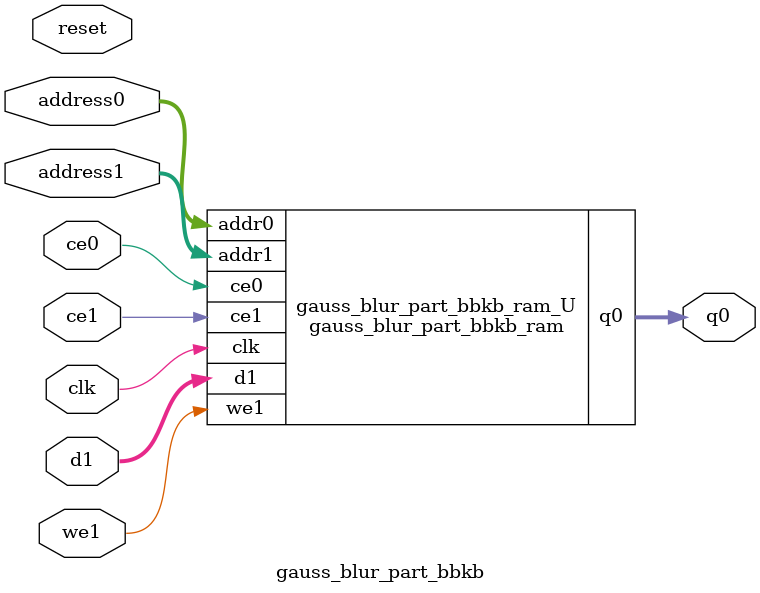
<source format=v>
`timescale 1 ns / 1 ps
module gauss_blur_part_bbkb_ram (addr0, ce0, q0, addr1, ce1, d1, we1,  clk);

parameter DWIDTH = 8;
parameter AWIDTH = 11;
parameter MEM_SIZE = 1080;

input[AWIDTH-1:0] addr0;
input ce0;
output reg[DWIDTH-1:0] q0;
input[AWIDTH-1:0] addr1;
input ce1;
input[DWIDTH-1:0] d1;
input we1;
input clk;

(* ram_style = "block" *)reg [DWIDTH-1:0] ram[0:MEM_SIZE-1];




always @(posedge clk)  
begin 
    if (ce0) begin
        q0 <= ram[addr0];
    end
end


always @(posedge clk)  
begin 
    if (ce1) begin
        if (we1) 
            ram[addr1] <= d1; 
    end
end


endmodule

`timescale 1 ns / 1 ps
module gauss_blur_part_bbkb(
    reset,
    clk,
    address0,
    ce0,
    q0,
    address1,
    ce1,
    we1,
    d1);

parameter DataWidth = 32'd8;
parameter AddressRange = 32'd1080;
parameter AddressWidth = 32'd11;
input reset;
input clk;
input[AddressWidth - 1:0] address0;
input ce0;
output[DataWidth - 1:0] q0;
input[AddressWidth - 1:0] address1;
input ce1;
input we1;
input[DataWidth - 1:0] d1;



gauss_blur_part_bbkb_ram gauss_blur_part_bbkb_ram_U(
    .clk( clk ),
    .addr0( address0 ),
    .ce0( ce0 ),
    .q0( q0 ),
    .addr1( address1 ),
    .ce1( ce1 ),
    .we1( we1 ),
    .d1( d1 ));

endmodule


</source>
